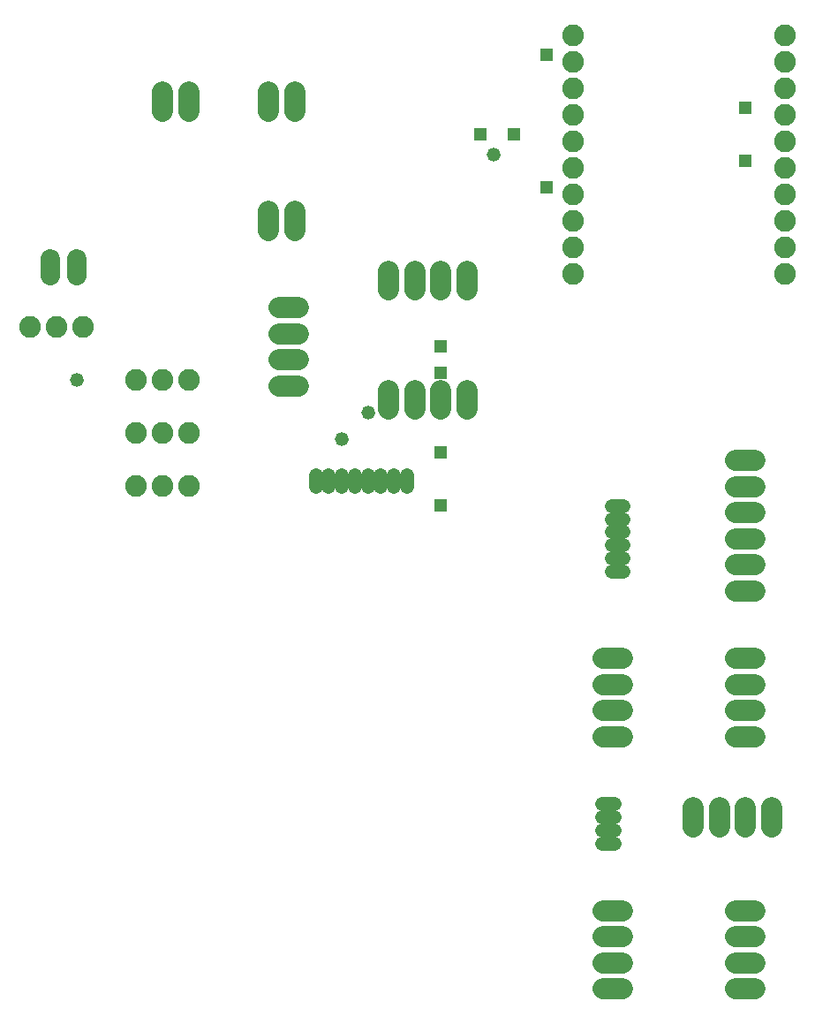
<source format=gbs>
G75*
%MOIN*%
%OFA0B0*%
%FSLAX25Y25*%
%IPPOS*%
%LPD*%
%AMOC8*
5,1,8,0,0,1.08239X$1,22.5*
%
%ADD10C,0.08005*%
%ADD11C,0.07200*%
%ADD12C,0.05169*%
%ADD13C,0.08200*%
%ADD14C,0.05200*%
%ADD15R,0.05162X0.05162*%
D10*
X0182910Y0245398D02*
X0182910Y0252602D01*
X0192753Y0252602D02*
X0192753Y0245398D01*
X0202595Y0245398D02*
X0202595Y0252602D01*
X0212438Y0252602D02*
X0212438Y0245398D01*
X0212438Y0290398D02*
X0212438Y0297602D01*
X0202595Y0297602D02*
X0202595Y0290398D01*
X0192753Y0290398D02*
X0192753Y0297602D01*
X0182910Y0297602D02*
X0182910Y0290398D01*
X0148698Y0283685D02*
X0141493Y0283685D01*
X0141493Y0273843D02*
X0148698Y0273843D01*
X0148698Y0264000D02*
X0141493Y0264000D01*
X0141493Y0254157D02*
X0148698Y0254157D01*
X0147438Y0312898D02*
X0147438Y0320102D01*
X0137595Y0320102D02*
X0137595Y0312898D01*
X0137595Y0357898D02*
X0137595Y0365102D01*
X0147438Y0365102D02*
X0147438Y0357898D01*
X0107438Y0357898D02*
X0107438Y0365102D01*
X0097595Y0365102D02*
X0097595Y0357898D01*
X0263993Y0151343D02*
X0271198Y0151343D01*
X0271198Y0141500D02*
X0263993Y0141500D01*
X0263993Y0131657D02*
X0271198Y0131657D01*
X0271198Y0121815D02*
X0263993Y0121815D01*
X0297910Y0095102D02*
X0297910Y0087898D01*
X0307753Y0087898D02*
X0307753Y0095102D01*
X0317595Y0095102D02*
X0317595Y0087898D01*
X0327438Y0087898D02*
X0327438Y0095102D01*
X0321198Y0121815D02*
X0313993Y0121815D01*
X0313993Y0131657D02*
X0321198Y0131657D01*
X0321198Y0141500D02*
X0313993Y0141500D01*
X0313993Y0151343D02*
X0321198Y0151343D01*
X0321198Y0176815D02*
X0313993Y0176815D01*
X0313993Y0186657D02*
X0321198Y0186657D01*
X0321198Y0196500D02*
X0313993Y0196500D01*
X0313993Y0206343D02*
X0321198Y0206343D01*
X0321198Y0216185D02*
X0313993Y0216185D01*
X0313993Y0226028D02*
X0321198Y0226028D01*
X0321198Y0056185D02*
X0313993Y0056185D01*
X0313993Y0046343D02*
X0321198Y0046343D01*
X0321198Y0036500D02*
X0313993Y0036500D01*
X0313993Y0026657D02*
X0321198Y0026657D01*
X0271198Y0026657D02*
X0263993Y0026657D01*
X0263993Y0036500D02*
X0271198Y0036500D01*
X0271198Y0046343D02*
X0263993Y0046343D01*
X0263993Y0056185D02*
X0271198Y0056185D01*
D11*
X0065095Y0295800D02*
X0065095Y0302200D01*
X0055095Y0302200D02*
X0055095Y0295800D01*
D12*
X0155371Y0220456D02*
X0155371Y0216087D01*
X0160292Y0216087D02*
X0160292Y0220456D01*
X0165213Y0220456D02*
X0165213Y0216087D01*
X0170135Y0216087D02*
X0170135Y0220456D01*
X0175056Y0220456D02*
X0175056Y0216087D01*
X0179977Y0216087D02*
X0179977Y0220456D01*
X0184898Y0220456D02*
X0184898Y0216087D01*
X0189820Y0216087D02*
X0189820Y0220456D01*
X0267183Y0208803D02*
X0271551Y0208803D01*
X0271551Y0203882D02*
X0267183Y0203882D01*
X0267183Y0198961D02*
X0271551Y0198961D01*
X0271551Y0194039D02*
X0267183Y0194039D01*
X0267183Y0189118D02*
X0271551Y0189118D01*
X0271551Y0184197D02*
X0267183Y0184197D01*
X0268008Y0096382D02*
X0263639Y0096382D01*
X0263639Y0091461D02*
X0268008Y0091461D01*
X0268008Y0086539D02*
X0263639Y0086539D01*
X0263639Y0081618D02*
X0268008Y0081618D01*
D13*
X0107595Y0216500D03*
X0097595Y0216500D03*
X0087595Y0216500D03*
X0087595Y0236500D03*
X0097595Y0236500D03*
X0107595Y0236500D03*
X0107595Y0256500D03*
X0097595Y0256500D03*
X0087595Y0256500D03*
X0067595Y0276500D03*
X0057595Y0276500D03*
X0047595Y0276500D03*
X0252595Y0296500D03*
X0252595Y0306500D03*
X0252595Y0316500D03*
X0252595Y0326500D03*
X0252595Y0336500D03*
X0252595Y0346500D03*
X0252595Y0356500D03*
X0252595Y0366500D03*
X0252595Y0376500D03*
X0252595Y0386500D03*
X0332595Y0386500D03*
X0332595Y0376500D03*
X0332595Y0366500D03*
X0332595Y0356500D03*
X0332595Y0346500D03*
X0332595Y0336500D03*
X0332595Y0326500D03*
X0332595Y0316500D03*
X0332595Y0306500D03*
X0332595Y0296500D03*
D14*
X0222595Y0341500D03*
X0175095Y0244000D03*
X0165095Y0234000D03*
X0065095Y0256500D03*
D15*
X0202595Y0259000D03*
X0202595Y0269000D03*
X0202595Y0229000D03*
X0202595Y0209000D03*
X0242595Y0329000D03*
X0230095Y0349000D03*
X0217595Y0349000D03*
X0242595Y0379000D03*
X0317595Y0359000D03*
X0317595Y0339000D03*
M02*

</source>
